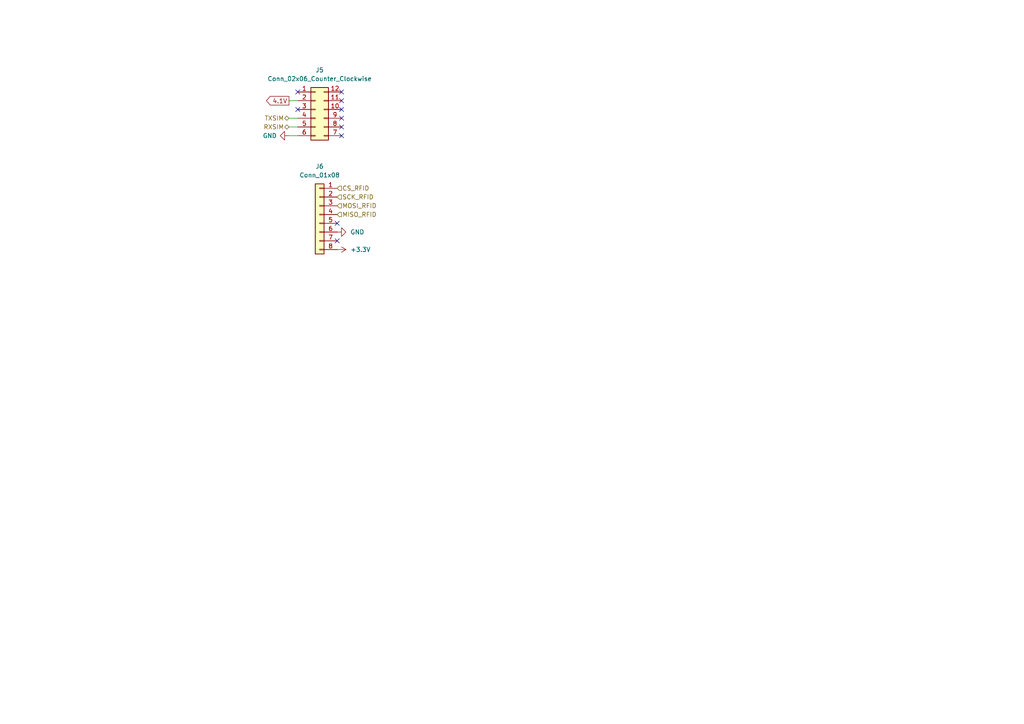
<source format=kicad_sch>
(kicad_sch (version 20211123) (generator eeschema)
  (paper "A4")
  (lib_symbols
    (symbol "Connector_Generic:Conn_01x08" (pin_names (offset 1.016) hide)
      (property "Reference" "J" (at 0 10.16 0))
      (property "Value" "Conn_01x08" (at 0 -12.7 0))
      (symbol "Conn_01x08_1_1"
        (rectangle (start -1.27 -10.033) (end 0 -10.287) (stroke (width 0.1524)))
        (rectangle (start -1.27 -7.493) (end 0 -7.747) (stroke (width 0.1524)))
        (rectangle (start -1.27 -4.953) (end 0 -5.207) (stroke (width 0.1524)))
        (rectangle (start -1.27 -2.413) (end 0 -2.667) (stroke (width 0.1524)))
        (rectangle (start -1.27 0.127) (end 0 -0.127) (stroke (width 0.1524)))
        (rectangle (start -1.27 2.667) (end 0 2.413) (stroke (width 0.1524)))
        (rectangle (start -1.27 5.207) (end 0 4.953) (stroke (width 0.1524)))
        (rectangle (start -1.27 7.747) (end 0 7.493) (stroke (width 0.1524)))
        (rectangle (start -1.27 8.89) (end 1.27 -11.43) (stroke (width 0.254)) (fill (type background)))
        (pin passive line (at -5.08 7.62 0) (length 3.81) (name "Pin_1") (number "1"))
        (pin passive line (at -5.08 5.08 0) (length 3.81) (name "Pin_2") (number "2"))
        (pin passive line (at -5.08 2.54 0) (length 3.81) (name "Pin_3") (number "3"))
        (pin passive line (at -5.08 0 0) (length 3.81) (name "Pin_4") (number "4"))
        (pin passive line (at -5.08 -2.54 0) (length 3.81) (name "Pin_5") (number "5"))
        (pin passive line (at -5.08 -5.08 0) (length 3.81) (name "Pin_6") (number "6"))
        (pin passive line (at -5.08 -7.62 0) (length 3.81) (name "Pin_7") (number "7"))
        (pin passive line (at -5.08 -10.16 0) (length 3.81) (name "Pin_8") (number "8"))
      )
    )
    (symbol "Connector_Generic:Conn_02x06_Counter_Clockwise" (pin_names (offset 1.016) hide)
      (property "Reference" "J" (at 1.27 7.62 0))
      (property "Value" "Conn_02x06_Counter_Clockwise" (at 1.27 -10.16 0))
      (symbol "Conn_02x06_Counter_Clockwise_1_1"
        (rectangle (start -1.27 -7.493) (end 0 -7.747) (stroke (width 0.1524)))
        (rectangle (start -1.27 -4.953) (end 0 -5.207) (stroke (width 0.1524)))
        (rectangle (start -1.27 -2.413) (end 0 -2.667) (stroke (width 0.1524)))
        (rectangle (start -1.27 0.127) (end 0 -0.127) (stroke (width 0.1524)))
        (rectangle (start -1.27 2.667) (end 0 2.413) (stroke (width 0.1524)))
        (rectangle (start -1.27 5.207) (end 0 4.953) (stroke (width 0.1524)))
        (rectangle (start -1.27 6.35) (end 3.81 -8.89) (stroke (width 0.254)) (fill (type background)))
        (rectangle (start 3.81 -7.493) (end 2.54 -7.747) (stroke (width 0.1524)))
        (rectangle (start 3.81 -4.953) (end 2.54 -5.207) (stroke (width 0.1524)))
        (rectangle (start 3.81 -2.413) (end 2.54 -2.667) (stroke (width 0.1524)))
        (rectangle (start 3.81 0.127) (end 2.54 -0.127) (stroke (width 0.1524)))
        (rectangle (start 3.81 2.667) (end 2.54 2.413) (stroke (width 0.1524)))
        (rectangle (start 3.81 5.207) (end 2.54 4.953) (stroke (width 0.1524)))
        (pin passive line (at -5.08 5.08 0) (length 3.81) (name "Pin_1") (number "1"))
        (pin passive line (at 7.62 0 180) (length 3.81) (name "Pin_10") (number "10"))
        (pin passive line (at 7.62 2.54 180) (length 3.81) (name "Pin_11") (number "11"))
        (pin passive line (at 7.62 5.08 180) (length 3.81) (name "Pin_12") (number "12"))
        (pin passive line (at -5.08 2.54 0) (length 3.81) (name "Pin_2") (number "2"))
        (pin passive line (at -5.08 0 0) (length 3.81) (name "Pin_3") (number "3"))
        (pin passive line (at -5.08 -2.54 0) (length 3.81) (name "Pin_4") (number "4"))
        (pin passive line (at -5.08 -5.08 0) (length 3.81) (name "Pin_5") (number "5"))
        (pin passive line (at -5.08 -7.62 0) (length 3.81) (name "Pin_6") (number "6"))
        (pin passive line (at 7.62 -7.62 180) (length 3.81) (name "Pin_7") (number "7"))
        (pin passive line (at 7.62 -5.08 180) (length 3.81) (name "Pin_8") (number "8"))
        (pin passive line (at 7.62 -2.54 180) (length 3.81) (name "Pin_9") (number "9"))
      )
    )
    (symbol "power:+3.3V" (power) (pin_names (offset 0))
      (property "Value" "+3.3V" (at 0 3.556 0))
      (symbol "+3.3V_0_1"
        (polyline (pts (xy -0.762 1.27) (xy 0 2.54)))
        (polyline (pts (xy 0 0) (xy 0 2.54)))
        (polyline (pts (xy 0 2.54) (xy 0.762 1.27)))
      )
      (symbol "+3.3V_1_1"
        (pin power_in line (at 0 0 90) (length 0) hide (name "+3.3V") (number "1"))
      )
    )
    (symbol "power:GND" (power) (pin_names (offset 0))
      (property "Value" "GND" (at 0 -3.81 0))
      (symbol "GND_0_1"
        (polyline (pts (xy 0 0) (xy 0 -1.27) (xy 1.27 -1.27) (xy 0 -2.54) (xy -1.27 -1.27) (xy 0 -1.27)))
      )
      (symbol "GND_1_1"
        (pin power_in line (at 0 0 270) (length 0) hide (name "GND") (number "1"))
      )
    )
  )
  (no_connect (at 97.79 64.77))
  (no_connect (at 86.36 26.67))
  (no_connect (at 86.36 31.75))
  (no_connect (at 99.06 29.21))
  (no_connect (at 99.06 34.29))
  (no_connect (at 99.06 36.83))
  (no_connect (at 99.06 31.75))
  (no_connect (at 99.06 39.37))
  (no_connect (at 99.06 26.67))
  (no_connect (at 97.79 69.85))
  (wire (pts (xy 86.36 39.37) (xy 83.82 39.37)))
  (wire (pts (xy 86.36 36.83) (xy 83.82 36.83)))
  (wire (pts (xy 86.36 29.21) (xy 83.82 29.21)))
  (wire (pts (xy 86.36 34.29) (xy 83.82 34.29)))
  (global_label "4.1V" (shape output) (at 83.82 29.21 180) (property "Intersheet References" "${INTERSHEET_REFS}" (effects hide)))
  (hierarchical_label "CS_RFID" (shape input) (at 97.79 54.61 0))
  (hierarchical_label "MISO_RFID" (shape input) (at 97.79 62.23 0))
  (hierarchical_label "TXSIM" (shape bidirectional) (at 83.82 34.29 180))
  (hierarchical_label "RXSIM" (shape bidirectional) (at 83.82 36.83 180))
  (hierarchical_label "SCK_RFID" (shape input) (at 97.79 57.15 0))
  (hierarchical_label "MOSI_RFID" (shape input) (at 97.79 59.69 0))
  (symbol (lib_id "power:GND") (at 83.82 39.37 270) (unit 1)
    (property "Reference" "#PWR044" (effects hide))
    (property "Value" "GND" (at 76.2 39.37 90) (effects (justify left)))
  )
  (symbol (lib_id "Connector_Generic:Conn_02x06_Counter_Clockwise") (at 91.44 31.75 0) (unit 1)
    (property "Reference" "J5" (at 92.71 20.32 0))
    (property "Value" "Conn_02x06_Counter_Clockwise" (at 92.71 22.86 0))
    (property "Footprint" "HUELLA SIM800L:sim800l" (effects hide))
  )
  (symbol (lib_id "power:+3.3V") (at 97.79 72.39 270) (mirror x) (unit 1)
    (property "Reference" "#PWR046" (effects hide))
    (property "Value" "+3.3V" (at 101.6 72.3899 90) (effects (justify left)))
  )
  (symbol (lib_id "power:GND") (at 97.79 67.31 90) (mirror x) (unit 1)
    (property "Reference" "#PWR045" (effects hide))
    (property "Value" "GND" (at 101.6 67.3099 90) (effects (justify right)))
  )
  (symbol (lib_id "Connector_Generic:Conn_01x08") (at 92.71 62.23 0) (mirror y) (unit 1)
    (property "Reference" "J6" (at 92.71 48.26 0))
    (property "Value" "Conn_01x08" (at 92.71 50.8 0))
    (property "Footprint" "Connector_PinHeader_2.54mm:PinHeader_1x08_P2.54mm_Vertical" (effects hide))
  )
)
</source>
